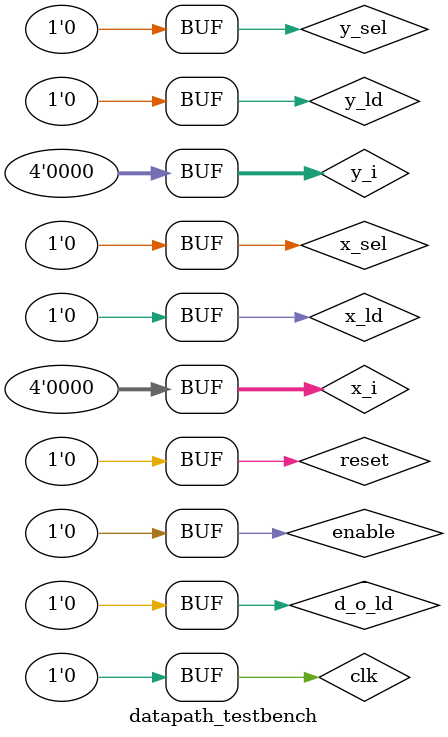
<source format=v>
`timescale 1ns / 1ps


module datapath_testbench;

	// Inputs
	reg x_ld;
	reg y_ld;
	reg x_sel;
	reg y_sel;
	reg d_o_ld;
	reg enable;
	reg [3:0] x_i;
	reg [3:0] y_i;
	reg clk;
	reg reset;

	// Outputs
	wire [3:0] d_o;

	// Instantiate the Unit Under Test (UUT)
	datapath uut (
		.x_ld(x_ld), 
		.y_ld(y_ld), 
		.x_sel(x_sel), 
		.y_sel(y_sel), 
		.d_o_ld(d_o_ld), 
		.enable(enable), 
		.x_i(x_i), 
		.y_i(y_i), 
		.d_o(d_o), 
		.clk(clk), 
		.reset(reset)
	);

	initial begin
		// Initialize Inputs
		x_ld = 0;
		y_ld = 0;
		x_sel = 0;
		y_sel = 0;
		d_o_ld = 0;
		enable = 0;
		x_i = 0;
		y_i = 0;
		clk = 0;
		reset = 0;

		// Wait 100 ns for global reset to finish
		#100;
        
		// Add stimulus here

	end
      
endmodule


</source>
